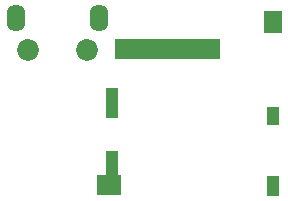
<source format=gbr>
G04 #@! TF.GenerationSoftware,KiCad,Pcbnew,5.0.0-fee4fd1~66~ubuntu16.04.1*
G04 #@! TF.CreationDate,2019-03-22T18:21:00-04:00*
G04 #@! TF.ProjectId,circuit,636972637569742E6B696361645F7063,rev?*
G04 #@! TF.SameCoordinates,Original*
G04 #@! TF.FileFunction,Soldermask,Bot*
G04 #@! TF.FilePolarity,Negative*
%FSLAX46Y46*%
G04 Gerber Fmt 4.6, Leading zero omitted, Abs format (unit mm)*
G04 Created by KiCad (PCBNEW 5.0.0-fee4fd1~66~ubuntu16.04.1) date Fri Mar 22 18:21:00 2019*
%MOMM*%
%LPD*%
G01*
G04 APERTURE LIST*
%ADD10R,2.100000X0.850000*%
%ADD11R,1.050000X2.540000*%
%ADD12R,1.050000X2.000000*%
%ADD13R,1.050000X1.700000*%
%ADD14R,1.000000X1.550000*%
%ADD15R,1.560000X1.900000*%
%ADD16R,1.200000X1.800000*%
%ADD17O,1.600000X2.300000*%
%ADD18C,1.850000*%
G04 APERTURE END LIST*
D10*
G04 #@! TO.C,SD1*
X193680000Y-89805000D03*
D11*
X193940000Y-83320000D03*
D12*
X193940000Y-88400000D03*
D10*
X193680000Y-90665000D03*
D13*
X207565000Y-90340000D03*
D14*
X207540000Y-84415000D03*
D15*
X207540000Y-76440000D03*
D16*
X194820000Y-78740000D03*
X195920000Y-78740000D03*
X197020000Y-78740000D03*
X202520000Y-78740000D03*
X201420000Y-78740000D03*
X200320000Y-78740000D03*
X199220000Y-78740000D03*
X198120000Y-78740000D03*
G04 #@! TD*
D17*
G04 #@! TO.C,U5*
X185850000Y-76080000D03*
X192850000Y-76080000D03*
D18*
X186850000Y-78780000D03*
X191850000Y-78780000D03*
G04 #@! TD*
M02*

</source>
